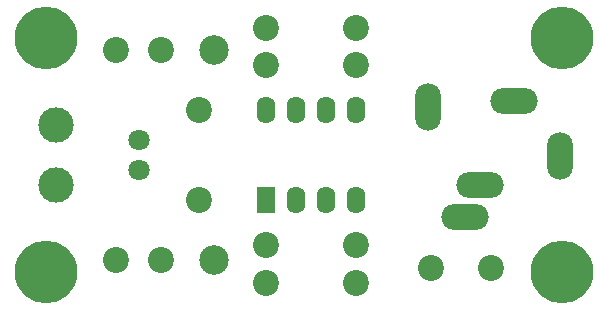
<source format=gbr>
G04 #@! TF.FileFunction,Soldermask,Bot*
%FSLAX46Y46*%
G04 Gerber Fmt 4.6, Leading zero omitted, Abs format (unit mm)*
G04 Created by KiCad (PCBNEW 4.0.7) date 05/24/18 12:52:19*
%MOMM*%
%LPD*%
G01*
G04 APERTURE LIST*
%ADD10C,0.100000*%
%ADD11C,5.300000*%
%ADD12C,2.200000*%
%ADD13R,1.574800X2.286000*%
%ADD14O,1.574800X2.286000*%
%ADD15C,3.000000*%
%ADD16C,2.500000*%
%ADD17C,1.800000*%
%ADD18O,4.000000X2.200000*%
%ADD19O,2.200000X4.000000*%
G04 APERTURE END LIST*
D10*
D11*
X165354000Y-76454000D03*
X121666000Y-76454000D03*
D12*
X127635000Y-77470000D03*
X131445000Y-77470000D03*
D11*
X165354000Y-96266000D03*
D12*
X147955000Y-78740000D03*
X140335000Y-78740000D03*
X140335000Y-75565000D03*
X147955000Y-75565000D03*
X147955000Y-97155000D03*
X140335000Y-97155000D03*
X147955000Y-93980000D03*
X140335000Y-93980000D03*
X134620000Y-82550000D03*
X134620000Y-90170000D03*
D13*
X140335000Y-90170000D03*
D14*
X142875000Y-90170000D03*
X145415000Y-90170000D03*
X147955000Y-90170000D03*
X147955000Y-82550000D03*
X145415000Y-82550000D03*
X142875000Y-82550000D03*
X140335000Y-82550000D03*
D15*
X122555000Y-83820000D03*
X122555000Y-88900000D03*
D16*
X135890000Y-77470000D03*
X135890000Y-95250000D03*
D12*
X127635000Y-95250000D03*
X131445000Y-95250000D03*
X154305000Y-95885000D03*
X159385000Y-95885000D03*
D17*
X129540000Y-85090000D03*
X129540000Y-87630000D03*
D11*
X121666000Y-96266000D03*
D18*
X161290000Y-81788000D03*
D19*
X153990000Y-82288000D03*
D18*
X158390000Y-88888000D03*
X157190000Y-91588000D03*
D19*
X165190000Y-86388000D03*
M02*

</source>
